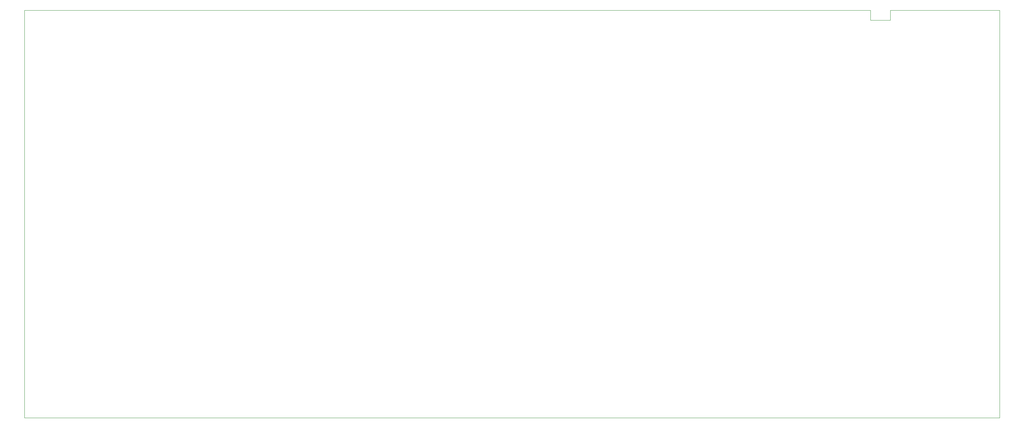
<source format=gbr>
G04 #@! TF.GenerationSoftware,KiCad,Pcbnew,(5.1.0)-1*
G04 #@! TF.CreationDate,2020-08-28T00:10:41-04:00*
G04 #@! TF.ProjectId,keyboard,6b657962-6f61-4726-942e-6b696361645f,rev?*
G04 #@! TF.SameCoordinates,Original*
G04 #@! TF.FileFunction,Profile,NP*
%FSLAX46Y46*%
G04 Gerber Fmt 4.6, Leading zero omitted, Abs format (unit mm)*
G04 Created by KiCad (PCBNEW (5.1.0)-1) date 2020-08-28 00:10:41*
%MOMM*%
%LPD*%
G04 APERTURE LIST*
%ADD10C,0.050000*%
G04 APERTURE END LIST*
D10*
X16668750Y-30956250D02*
X16668750Y-128587500D01*
X219075000Y-30956250D02*
X16668750Y-30956250D01*
X219075000Y-33337500D02*
X219075000Y-30956250D01*
X223837500Y-33337500D02*
X219075000Y-33337500D01*
X223837500Y-30956250D02*
X223837500Y-33337500D01*
X250031250Y-30956250D02*
X223837500Y-30956250D01*
X250031250Y-128587500D02*
X250031250Y-30956250D01*
X16668750Y-128587500D02*
X250031250Y-128587500D01*
M02*

</source>
